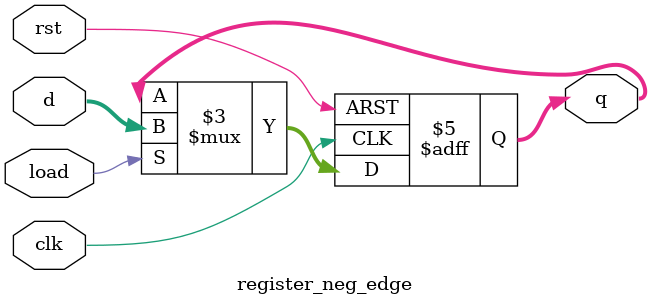
<source format=v>
`timescale 1ns / 1ps

module register_neg_edge #(parameter n = 32) (
    input clk,
    input rst,
    input load,
    input [n - 1:0] d,
    output reg [n - 1:0] q
    );
       
    always @(negedge clk, posedge rst) begin
        if(rst) 
            q <= 0;
        else
            if(load)
                q <= d;
            else
                q <= q;
    end

endmodule
</source>
